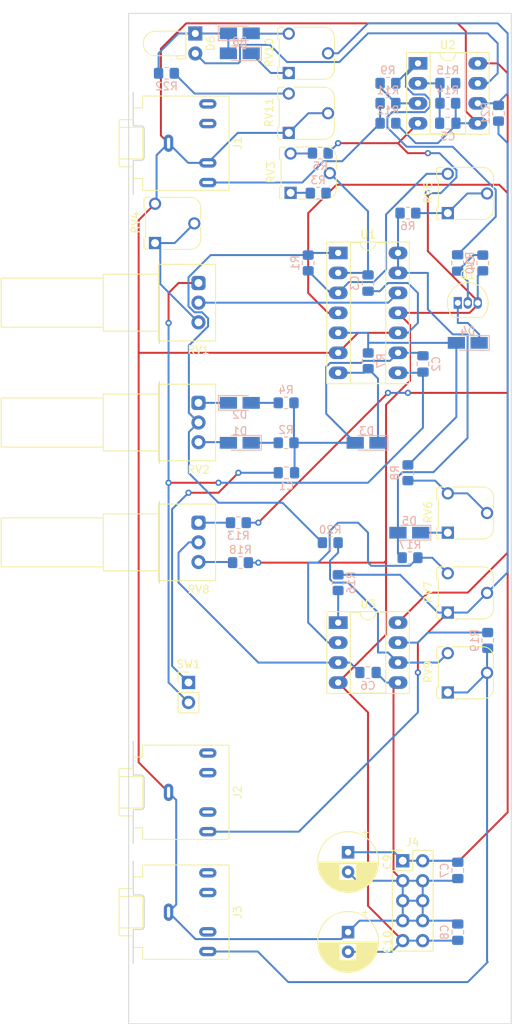
<source format=kicad_pcb>
(kicad_pcb (version 20211014) (generator pcbnew)
  (layers (0 "F.Cu" signal) (31 "B.Cu" signal) (34 "B.Paste" user) (35 "F.Paste" user) (36 "B.SilkS" user "B.Silkscreen") (37 "F.SilkS" user "F.Silkscreen") (38 "B.Mask" user) (39 "F.Mask" user) (44 "Edge.Cuts" user))
  (net 0 "")
  (net 1 "Net-(C1-Pad1)")
  (net 2 "Net-(C1-Pad2)")
  (net 3 "Net-(C2-Pad1)")
  (net 4 "Net-(C3-Pad1)")
  (net 5 "GND")
  (net 6 "Net-(C4-Pad1)")
  (net 7 "Net-(C4-Pad2)")
  (net 8 "Net-(C5-Pad1)")
  (net 9 "/Shift")
  (net 10 "+12V")
  (net 11 "-12V")
  (net 12 "Net-(D1-Pad1)")
  (net 13 "Net-(D1-Pad2)")
  (net 14 "Net-(D2-Pad1)")
  (net 15 "Net-(D2-Pad2)")
  (net 16 "Net-(D3-Pad1)")
  (net 17 "Net-(D4-Pad1)")
  (net 18 "Net-(D4-Pad2)")
  (net 19 "Net-(D5-Pad1)")
  (net 20 "/Tri")
  (net 21 "Net-(D6-Pad1)")
  (net 22 "Net-(D6-Pad2)")
  (net 23 "Net-(D7-Pad2)")
  (net 24 "Net-(D8-Pad1)")
  (net 25 "Net-(R11-Pad2)")
  (net 26 "/TriOut")
  (net 28 "Net-(R19-Pad2)")
  (net 30 "/Pulse")
  (net 31 "Net-(R1-Pad2)")
  (net 32 "Net-(R3-Pad2)")
  (net 33 "Net-(R5-Pad1)")
  (net 34 "Net-(R6-Pad2)")
  (net 35 "Net-(R8-Pad2)")
  (net 36 "Net-(R11-Pad1)")
  (net 37 "Net-(R13-Pad1)")
  (net 38 "Net-(R16-Pad1)")
  (net 39 "Net-(R17-Pad1)")
  (net 40 "Net-(R18-Pad2)")
  (net 41 "Net-(R19-Pad1)")
  (net 42 "Net-(R20-Pad1)")
  (net 43 "Net-(R21-Pad1)")
  (net 44 "Net-(R22-Pad2)")
  (net 45 "/Freq")
  (net 46 "Net-(RV1-Pad3)")
  (footprint "Potentiometer_THT:Potentiometer_Runtron_RM-065_Vertical" (layer "F.Cu") (at 84.64 67.31 90)
    (fp_text reference "RV4")
    (fp_text value "10k")
  )
  (footprint "Package_TO_SOT_THT:TO-92_Inline" (layer "F.Cu") (at 123.19 74.92)
    (fp_text reference "Q1")
    (fp_text value "BC547")
  )
  (footprint "Potentiometer_THT:Potentiometer_Runtron_RM-065_Vertical" (layer "F.Cu") (at 121.92 124.46 90)
    (fp_text reference "RV9")
    (fp_text value "50k")
  )
  (footprint "Connector_PinHeader_2.54mm:PinHeader_2x05_P2.54mm_Vertical" (layer "F.Cu") (at 116.18 145.86)
    (fp_text reference "J4")
    (fp_text value "Modular Power")
  )
  (footprint "Package_DIP:DIP-14_W7.62mm_Socket_LongPads" (layer "F.Cu") (at 107.96 68.565)
    (fp_text reference "U1")
    (fp_text value "TL064")
  )
  (footprint "Capacitor_THT:CP_Radial_D7.5mm_P2.50mm" (layer "F.Cu") (at 109.22 144.78 -90)
    (fp_text reference "C9")
    (fp_text value "33,0")
  )
  (footprint "Potentiometer_THT:Potentiometer_Runtron_RM-065_Vertical" (layer "F.Cu") (at 121.92 63.5 90)
    (fp_text reference "RV5")
    (fp_text value "5k")
  )
  (footprint "Potentiometer_THT:Potentiometer_Runtron_RM-065_Vertical" (layer "F.Cu") (at 101.9 60.92 90)
    (fp_text reference "RV3")
    (fp_text value "500")
  )
  (footprint "LED_THT:LED_D3.0mm_Horizontal_O1.27mm_Z6.0mm" (layer "F.Cu") (at 89.765 40.66 -90)
    (fp_text reference "D6")
    (fp_text value "LED_Dual_2pin")
  )
  (footprint "Potentiometer_THT:Potentiometer_Runtron_RM-065_Vertical" (layer "F.Cu") (at 101.67 53.3 90)
    (fp_text reference "RV11")
    (fp_text value "4,7k")
  )
  (footprint "Connector_Audio:Jack_3.5mm_CUI_SJ1-3525N_Horizontal" (layer "F.Cu") (at 86.36 54.61 -90)
    (fp_text reference "J1")
    (fp_text value "Sync")
    (fp_line (start 2.2 3.5) (end 2.2 4.5) (layer "Edge.Cuts") (width 0.12))
    (fp_line (start -2.2 4.5) (end -6.5 4.5) (layer "Edge.Cuts") (width 0.12))
    (fp_line (start -2.2 3.5) (end -2.2 4.5) (layer "Edge.Cuts") (width 0.12))
    (fp_line (start 1.8 3.1) (end -1.8 3.1) (layer "Edge.Cuts") (width 0.12))
    (fp_line (start 2.2 4.5) (end 6.5 4.5) (layer "Edge.Cuts") (width 0.12))
    (fp_arc (start -2.2 3.5) (mid -2.082842 3.217158) (end -1.8 3.1) (layer "Edge.Cuts") (width 0.12))
    (fp_arc (start 1.8 3.1) (mid 2.082843 3.217157) (end 2.2 3.5) (layer "Edge.Cuts") (width 0.12))
  )
  (footprint "Connector_PinHeader_2.54mm:PinHeader_1x02_P2.54mm_Vertical" (layer "F.Cu") (at 88.9 123.19)
    (fp_text reference "SW1")
    (fp_text value "SW_SPST")
  )
  (footprint "Potentiometer_THT:Potentiometer_Alps_RK097_Single_Horizontal" (layer "F.Cu") (at 90.17 102.87)
    (fp_text reference "RV8")
    (fp_text value "100k")
    (fp_line (start -5 -2.7) (end -5 7.7) (layer "Edge.Cuts") (width 0.1))
  )
  (footprint "Connector_Audio:Jack_3.5mm_CUI_SJ1-3525N_Horizontal" (layer "F.Cu") (at 86.36 152.4 -90)
    (fp_text reference "J3")
    (fp_text value "Pulse Out")
    (fp_line (start 2.2 4.5) (end 6.5 4.5) (layer "Edge.Cuts") (width 0.12))
    (fp_line (start 1.8 3.1) (end -1.8 3.1) (layer "Edge.Cuts") (width 0.12))
    (fp_line (start -2.2 3.5) (end -2.2 4.5) (layer "Edge.Cuts") (width 0.12))
    (fp_line (start 2.2 3.5) (end 2.2 4.5) (layer "Edge.Cuts") (width 0.12))
    (fp_line (start -2.2 4.5) (end -6.5 4.5) (layer "Edge.Cuts") (width 0.12))
    (fp_arc (start 1.8 3.1) (mid 2.082843 3.217157) (end 2.2 3.5) (layer "Edge.Cuts") (width 0.12))
    (fp_arc (start -2.2 3.5) (mid -2.082842 3.217158) (end -1.8 3.1) (layer "Edge.Cuts") (width 0.12))
  )
  (footprint "Potentiometer_THT:Potentiometer_Runtron_RM-065_Vertical" (layer "F.Cu") (at 121.92 104.14 90)
    (fp_text reference "RV6")
    (fp_text value "5k")
  )
  (footprint "Potentiometer_THT:Potentiometer_Runtron_RM-065_Vertical" (layer "F.Cu") (at 121.92 114.3 90)
    (fp_text reference "RV7")
    (fp_text value "50k")
  )
  (footprint "Capacitor_THT:CP_Radial_D7.5mm_P2.50mm" (layer "F.Cu") (at 109.22 154.94 -90)
    (fp_text reference "C10")
    (fp_text value "33,0")
  )
  (footprint "Potentiometer_THT:Potentiometer_Alps_RK097_Single_Horizontal" (layer "F.Cu") (at 90.17 87.63)
    (fp_text reference "RV2")
    (fp_text value "100k")
    (fp_line (start -5 -2.7) (end -5 7.7) (layer "Edge.Cuts") (width 0.1))
  )
  (footprint "Potentiometer_THT:Potentiometer_Runtron_RM-065_Vertical" (layer "F.Cu") (at 101.67 45.68 90)
    (fp_text reference "RV10")
    (fp_text value "100k")
  )
  (footprint "Connector_Audio:Jack_3.5mm_CUI_SJ1-3525N_Horizontal" (layer "F.Cu") (at 86.36 137.16 -90)
    (fp_text reference "J2")
    (fp_text value "Tri Out")
    (fp_line (start 1.8 3.1) (end -1.8 3.1) (layer "Edge.Cuts") (width 0.12))
    (fp_line (start -2.2 4.5) (end -6.5 4.5) (layer "Edge.Cuts") (width 0.12))
    (fp_line (start 2.2 3.5) (end 2.2 4.5) (layer "Edge.Cuts") (width 0.12))
    (fp_line (start -2.2 3.5) (end -2.2 4.5) (layer "Edge.Cuts") (width 0.12))
    (fp_line (start 2.2 4.5) (end 6.5 4.5) (layer "Edge.Cuts") (width 0.12))
    (fp_arc (start -2.2 3.5) (mid -2.082842 3.217158) (end -1.8 3.1) (layer "Edge.Cuts") (width 0.12))
    (fp_arc (start 1.8 3.1) (mid 2.082843 3.217157) (end 2.2 3.5) (layer "Edge.Cuts") (width 0.12))
  )
  (footprint "Package_DIP:DIP-8_W7.62mm_Socket_LongPads" (layer "F.Cu") (at 118.12 44.46)
    (fp_text reference "U2")
    (fp_text value "TL082")
  )
  (footprint "Potentiometer_THT:Potentiometer_Alps_RK097_Single_Horizontal" (layer "F.Cu") (at 90.17 72.39)
    (fp_text reference "RV1")
    (fp_text value "100k")
    (fp_line (start -5 -2.7) (end -5 7.7) (layer "Edge.Cuts") (width 0.1))
  )
  (footprint "Package_DIP:DIP-8_W7.62mm_Socket_LongPads" (layer "F.Cu") (at 107.96 115.58)
    (fp_text reference "U3")
    (fp_text value "TL082")
  )
  (footprint "Capacitor_SMD:C_0805_2012Metric_Pad1.18x1.45mm_HandSolder" (layer "B.Cu") (at 111.76 121.92)
    (fp_text reference "C6")
    (fp_text value "0,1")
  )
  (footprint "Diode_SMD:D_MicroMELF_Handsoldering" (layer "B.Cu") (at 95.43 43.18 180)
    (fp_text reference "D8")
    (fp_text value "D")
  )
  (footprint "Resistor_SMD:R_0805_2012Metric_Pad1.20x1.40mm_HandSolder" (layer "B.Cu") (at 116.84 63.5)
    (fp_text reference "R6")
    (fp_text value "1k")
  )
  (footprint "Capacitor_SMD:C_0805_2012Metric_Pad1.18x1.45mm_HandSolder" (layer "B.Cu") (at 118.755 82.6825 90)
    (fp_text reference "C2")
    (fp_text value "1,0")
  )
  (footprint "Resistor_SMD:R_0805_2012Metric_Pad1.20x1.40mm_HandSolder" (layer "B.Cu") (at 121.92 46.99 180)
    (fp_text reference "R15")
    (fp_text value "10k")
  )
  (footprint "Resistor_SMD:R_0805_2012Metric_Pad1.20x1.40mm_HandSolder" (layer "B.Cu") (at 101.33 87.63 180)
    (fp_text reference "R4")
    (fp_text value "1k")
  )
  (footprint "Resistor_SMD:R_0805_2012Metric_Pad1.20x1.40mm_HandSolder" (layer "B.Cu") (at 126.375 69.84 -90)
    (fp_text reference "R10")
    (fp_text value "10k")
  )
  (footprint "Resistor_SMD:R_0805_2012Metric_Pad1.20x1.40mm_HandSolder" (layer "B.Cu") (at 95.52 107.95 180)
    (fp_text reference "R18")
    (fp_text value "1m")
  )
  (footprint "Capacitor_SMD:C_0805_2012Metric_Pad1.18x1.45mm_HandSolder" (layer "B.Cu") (at 123.1725 69.84 90)
    (fp_text reference "C4")
    (fp_text value "100pF")
  )
  (footprint "Diode_SMD:D_MicroMELF_Handsoldering" (layer "B.Cu") (at 95.43 92.71 180)
    (fp_text reference "D1")
    (fp_text value "D")
  )
  (footprint "Resistor_SMD:R_0805_2012Metric_Pad1.20x1.40mm_HandSolder" (layer "B.Cu") (at 116.84 96.52 -90)
    (fp_text reference "R8")
    (fp_text value "1k")
  )
  (footprint "Diode_SMD:D_MicroMELF_Handsoldering" (layer "B.Cu") (at 95.43 40.64)
    (fp_text reference "D7")
    (fp_text value "D")
  )
  (footprint "Capacitor_SMD:C_0805_2012Metric_Pad1.18x1.45mm_HandSolder" (layer "B.Cu") (at 101.3675 96.52)
    (fp_text reference "C1")
    (fp_text value "10,0")
  )
  (footprint "Capacitor_SMD:C_0805_2012Metric_Pad1.18x1.45mm_HandSolder" (layer "B.Cu") (at 111.76 72.395 -90)
    (fp_text reference "C3")
    (fp_text value "0,1")
  )
  (footprint "Resistor_SMD:R_0805_2012Metric_Pad1.20x1.40mm_HandSolder" (layer "B.Cu") (at 114.3 52.07 180)
    (fp_text reference "R12")
    (fp_text value "100k")
  )
  (footprint "Resistor_SMD:R_0805_2012Metric_Pad1.20x1.40mm_HandSolder" (layer "B.Cu") (at 107.95 110.49 90)
    (fp_text reference "R16")
    (fp_text value "1k")
  )
  (footprint "Resistor_SMD:R_0805_2012Metric_Pad1.20x1.40mm_HandSolder" (layer "B.Cu") (at 114.3 46.99 180)
    (fp_text reference "R9")
    (fp_text value "470k")
  )
  (footprint "Diode_SMD:D_MicroMELF_Handsoldering" (layer "B.Cu") (at 124.46 80 180)
    (fp_text reference "D4")
    (fp_text value "D")
  )
  (footprint "Resistor_SMD:R_0805_2012Metric_Pad1.20x1.40mm_HandSolder" (layer "B.Cu") (at 121.92 49.53 180)
    (fp_text reference "R14")
    (fp_text value "1k")
  )
  (footprint "Capacitor_SMD:C_0805_2012Metric_Pad1.18x1.45mm_HandSolder" (layer "B.Cu") (at 121.92 52.07)
    (fp_text reference "C5")
    (fp_text value "0,1")
  )
  (footprint "Resistor_SMD:R_0805_2012Metric_Pad1.20x1.40mm_HandSolder" (layer "B.Cu") (at 114.3 49.53 180)
    (fp_text reference "R11")
    (fp_text value "10k")
  )
  (footprint "Diode_SMD:D_MicroMELF_Handsoldering" (layer "B.Cu") (at 117.02 104.14 180)
    (fp_text reference "D5")
    (fp_text value "D")
  )
  (footprint "Resistor_SMD:R_0805_2012Metric_Pad1.20x1.40mm_HandSolder" (layer "B.Cu") (at 86.09 45.72)
    (fp_text reference "R22")
    (fp_text value "5,1k")
  )
  (footprint "Resistor_SMD:R_0805_2012Metric_Pad1.20x1.40mm_HandSolder" (layer "B.Cu") (at 104.14 69.84 -90)
    (fp_text reference "R1")
    (fp_text value "120k")
  )
  (footprint "Diode_SMD:D_MicroMELF_Handsoldering" (layer "B.Cu") (at 111.58 92.71 180)
    (fp_text reference "D3")
    (fp_text value "D")
  )
  (footprint "Capacitor_SMD:C_0805_2012Metric_Pad1.18x1.45mm_HandSolder" (layer "B.Cu") (at 123.19 147.0875 -90)
    (fp_text reference "C7")
    (fp_text value "0,1")
  )
  (footprint "Resistor_SMD:R_0805_2012Metric_Pad1.20x1.40mm_HandSolder" (layer "B.Cu") (at 101.33 92.71 180)
    (fp_text reference "R2")
    (fp_text value "1k")
  )
  (footprint "Resistor_SMD:R_0805_2012Metric_Pad1.20x1.40mm_HandSolder" (layer "B.Cu") (at 111.78 82.285 90)
    (fp_text reference "R7")
    (fp_text value "470k")
  )
  (footprint "Resistor_SMD:R_0805_2012Metric_Pad1.20x1.40mm_HandSolder" (layer "B.Cu") (at 127 117.84 -90)
    (fp_text reference "R19")
    (fp_text value "1k")
  )
  (footprint "Resistor_SMD:R_0805_2012Metric_Pad1.20x1.40mm_HandSolder" (layer "B.Cu") (at 128.375 50.8 -90)
    (fp_text reference "R21")
    (fp_text value "100k")
  )
  (footprint "Resistor_SMD:R_0805_2012Metric_Pad1.20x1.40mm_HandSolder" (layer "B.Cu") (at 105.41 60.96 180)
    (fp_text reference "R3")
    (fp_text value "10k")
  )
  (footprint "Diode_SMD:D_MicroMELF_Handsoldering" (layer "B.Cu") (at 95.43 87.63)
    (fp_text reference "D2")
    (fp_text value "D")
  )
  (footprint "Resistor_SMD:R_0805_2012Metric_Pad1.20x1.40mm_HandSolder" (layer "B.Cu") (at 106.95 105.41 180)
    (fp_text reference "R20")
    (fp_text value "75k")
  )
  (footprint "Resistor_SMD:R_0805_2012Metric_Pad1.20x1.40mm_HandSolder" (layer "B.Cu") (at 117.11 107.325 180)
    (fp_text reference "R17")
    (fp_text value "2k")
  )
  (footprint "Resistor_SMD:R_0805_2012Metric_Pad1.20x1.40mm_HandSolder" (layer "B.Cu") (at 105.68 55.88)
    (fp_text reference "R5")
    (fp_text value "10k")
  )
  (footprint "Resistor_SMD:R_0805_2012Metric_Pad1.20x1.40mm_HandSolder" (layer "B.Cu") (at 95.25 102.87)
    (fp_text reference "R13")
    (fp_text value "1m")
  )
  (footprint "Capacitor_SMD:C_0805_2012Metric_Pad1.18x1.45mm_HandSolder" (layer "B.Cu") (at 123.19 154.94 -90)
    (fp_text reference "C8")
    (fp_text value "0,1")
  )
  (gr_rect (start 81.28 38.1) (end 130 166.6) (layer "Edge.Cuts") (width 0.1) (fill none))
  (segment (start 88.9 99.06) (end 92.71 99.06) (width 0.25) (layer "F.Cu") (net 1))
  (segment (start 92.71 99.06) (end 95.25 96.52) (width 0.25) (layer "F.Cu") (net 1))
  (via (at 95.25 96.52) (size 0.8) (drill 0.4) (layers "F.Cu" "B.Cu") (net 1))
  (via (at 88.9 99.06) (size 0.8) (drill 0.4) (layers "F.Cu" "B.Cu") (net 1))
  (segment (start 86.81 121.1) (end 86.81 101.15) (width 0.25) (layer "B.Cu") (net 1))
  (segment (start 88.9 123.19) (end 86.81 121.1) (width 0.25) (layer "B.Cu") (net 1))
  (segment (start 86.81 101.15) (end 88.9 99.06) (width 0.25) (layer "B.Cu") (net 1))
  (segment (start 95.25 96.52) (end 100.33 96.52) (width 0.25) (layer "B.Cu") (net 1))
  (segment (start 118.375 81.265) (end 118.755 81.645) (width 0.25) (layer "B.Cu") (net 2))
  (segment (start 111.161827 82.29) (end 114.555 82.29) (width 0.25) (layer "B.Cu") (net 2))
  (segment (start 110.901827 82.55) (end 111.161827 82.29) (width 0.25) (layer "B.Cu") (net 2))
  (segment (start 106.93401 82.55) (end 110.901827 82.55) (width 0.25) (layer "B.Cu") (net 2))
  (segment (start 115.58 81.265) (end 118.375 81.265) (width 0.25) (layer "B.Cu") (net 2))
  (segment (start 102.33 92.71) (end 110.13 92.71) (width 0.25) (layer "B.Cu") (net 2))
  (segment (start 102.33 92.71) (end 102.405 92.785) (width 0.25) (layer "B.Cu") (net 2))
  (segment (start 106.435 83.04901) (end 106.93401 82.55) (width 0.25) (layer "B.Cu") (net 2))
  (segment (start 114.555 82.29) (end 115.58 81.265) (width 0.25) (layer "B.Cu") (net 2))
  (segment (start 102.405 92.785) (end 102.405 96.52) (width 0.25) (layer "B.Cu") (net 2))
  (segment (start 106.435 89.015) (end 106.435 83.04901) (width 0.25) (layer "B.Cu") (net 2))
  (segment (start 102.33 92.71) (end 102.33 87.63) (width 0.25) (layer "B.Cu") (net 2))
  (segment (start 110.13 92.71) (end 106.435 89.015) (width 0.25) (layer "B.Cu") (net 2))
  (segment (start 86.36 73.66) (end 87.63 72.39) (width 0.25) (layer "F.Cu") (net 3))
  (segment (start 87.63 72.39) (end 90.17 72.39) (width 0.25) (layer "F.Cu") (net 3))
  (segment (start 92.71 97.79) (end 86.36 97.79) (width 0.25) (layer "F.Cu") (net 3))
  (segment (start 86.36 77.47) (end 86.36 73.66) (width 0.25) (layer "F.Cu") (net 3))
  (via (at 86.36 77.47) (size 0.8) (drill 0.4) (layers "F.Cu" "B.Cu") (net 3))
  (via (at 86.36 97.79) (size 0.8) (drill 0.4) (layers "F.Cu" "B.Cu") (net 3))
  (via (at 92.71 97.79) (size 0.8) (drill 0.4) (layers "F.Cu" "B.Cu") (net 3))
  (segment (start 88.9 125.73) (end 86.36 123.19) (width 0.25) (layer "B.Cu") (net 3))
  (segment (start 111.76 97.79) (end 118.755 90.795) (width 0.25) (layer "B.Cu") (net 3))
  (segment (start 86.36 123.19) (end 86.36 77.47) (width 0.25) (layer "B.Cu") (net 3))
  (segment (start 92.71 97.79) (end 111.76 97.79) (width 0.25) (layer "B.Cu") (net 3))
  (segment (start 118.67 83.805) (end 118.755 83.72) (width 0.25) (layer "B.Cu") (net 3))
  (segment (start 118.755 90.795) (end 118.755 83.72) (width 0.25) (layer "B.Cu") (net 3))
  (segment (start 115.58 83.805) (end 118.67 83.805) (width 0.25) (layer "B.Cu") (net 3))
  (segment (start 106.9 58.42) (end 111.76 63.28) (width 0.25) (layer "B.Cu") (net 4))
  (segment (start 111.5075 71.105) (end 107.96 71.105) (width 0.25) (layer "B.Cu") (net 4))
  (segment (start 111.76 71.3575) (end 111.5075 71.105) (width 0.25) (layer "B.Cu") (net 4))
  (segment (start 111.76 63.28) (end 111.76 71.3575) (width 0.25) (layer "B.Cu") (net 4))
  (segment (start 85.384999 53.634999) (end 86.36 54.61) (width 0.25) (layer "F.Cu") (net 5))
  (segment (start 84.64 62.31) (end 84.835001 62.114999) (width 0.25) (layer "F.Cu") (net 5))
  (segment (start 82.565 81.265) (end 82.55 81.28) (width 0.25) (layer "F.Cu") (net 5))
  (segment (start 115.005 123.775) (end 115.58 123.2) (width 0.25) (layer "F.Cu") (net 5))
  (segment (start 86.36 137.16) (end 82.55 133.35) (width 0.25) (layer "F.Cu") (net 5))
  (segment (start 82.55 64.4) (end 84.64 62.31) (width 0.25) (layer "F.Cu") (net 5))
  (segment (start 115.005 147.225) (end 115.005 123.775) (width 0.25) (layer "F.Cu") (net 5))
  (segment (start 85.384999 42.590001) (end 85.384999 53.634999) (width 0.25) (layer "F.Cu") (net 5))
  (segment (start 124.215 40.395) (end 123.19 39.37) (width 0.25) (layer "F.Cu") (net 5))
  (segment (start 82.55 133.35) (end 82.55 64.4) (width 0.25) (layer "F.Cu") (net 5))
  (segment (start 88.605 39.37) (end 85.384999 42.590001) (width 0.25) (layer "F.Cu") (net 5))
  (segment (start 123.19 39.37) (end 88.605 39.37) (width 0.25) (layer "F.Cu") (net 5))
  (segment (start 116.18 148.4) (end 115.005 147.225) (width 0.25) (layer "F.Cu") (net 5))
  (segment (start 84.835001 62.114999) (end 84.835001 56.134999) (width 0.25) (layer "F.Cu") (net 5))
  (segment (start 107.96 81.265) (end 82.565 81.265) (width 0.25) (layer "F.Cu") (net 5))
  (segment (start 84.835001 56.134999) (end 86.36 54.61) (width 0.25) (layer "F.Cu") (net 5))
  (segment (start 110.5 78.725) (end 107.96 81.265) (width 0.25) (layer "F.Cu") (net 5))
  (segment (start 125.74 52.08) (end 124.215 50.555) (width 0.25) (layer "F.Cu") (net 5))
  (segment (start 115.58 78.725) (end 110.5 78.725) (width 0.25) (layer "F.Cu") (net 5))
  (segment (start 124.215 50.555) (end 124.215 40.395) (width 0.25) (layer "F.Cu") (net 5))
  (segment (start 116.18 153.48) (end 110.68 153.48) (width 0.25) (layer "B.Cu") (net 5))
  (segment (start 122.9675 52.08) (end 122.9575 52.07) (width 0.25) (layer "B.Cu") (net 5))
  (segment (start 118.72 148.4) (end 116.18 148.4) (width 0.25) (layer "B.Cu") (net 5))
  (segment (start 118.72 148.4) (end 122.915 148.4) (width 0.25) (layer "B.Cu") (net 5))
  (segment (start 122.92 52.0325) (end 122.9575 52.07) (width 0.25) (layer "B.Cu") (net 5))
  (segment (start 116.18 153.48) (end 118.72 153.48) (width 0.25) (layer "B.Cu") (net 5))
  (segment (start 104.17 50.8) (end 101.67 53.3) (width 0.25) (layer "B.Cu") (net 5))
  (segment (start 86.36 152.4) (end 87.335001 151.424999) (width 0.25) (layer "B.Cu") (net 5))
  (segment (start 91.36 57.11) (end 88.86 57.11) (width 0.25) (layer "B.Cu") (net 5))
  (segment (start 117.84 54.61) (end 120.65 54.61) (width 0.25) (layer "B.Cu") (net 5))
  (segment (start 122.7675 153.48) (end 118.72 153.48) (width 0.25) (layer "B.Cu") (net 5))
  (segment (start 84.64 62.31) (end 84.835001 62.114999) (width 0.25) (layer "B.Cu") (net 5))
  (segment (start 106.67 50.8) (end 104.17 50.8) (width 0.25) (layer "B.Cu") (net 5))
  (segment (start 95.17 53.3) (end 101.67 53.3) (width 0.25) (layer "B.Cu") (net 5))
  (segment (start 114.3 72.39) (end 116.84 72.39) (width 0.25) (layer "B.Cu") (net 5))
  (segment (start 116.18 148.4) (end 116.18 150.94) (width 0.25) (layer "B.Cu") (net 5))
  (segment (start 116.18 148.4) (end 110.34 148.4) (width 0.25) (layer "B.Cu") (net 5))
  (segment (start 122.92 49.53) (end 122.92 52.0325) (width 0.25) (layer "B.Cu") (net 5))
  (segment (start 87.335001 151.424999) (end 87.335001 138.135001) (width 0.25) (layer "B.Cu") (net 5))
  (segment (start 118.72 153.48) (end 118.72 150.94) (width 0.25) (layer "B.Cu") (net 5))
  (segment (start 116.855 78.725) (end 115.58 78.725) (width 0.25) (layer "B.Cu") (net 5))
  (segment (start 91.36 57.11) (end 95.17 53.3) (width 0.25) (layer "B.Cu") (net 5))
  (segment (start 88.86 57.11) (end 86.36 54.61) (width 0.25) (layer "B.Cu") (net 5))
  (segment (start 122.9575 52.07) (end 122.9575 52.3025) (width 0.25) (layer "B.Cu") (net 5))
  (segment (start 115.3 52.07) (end 117.84 54.61) (width 0.25) (layer "B.Cu") (net 5))
  (segment (start 116.84 72.39) (end 118.11 73.66) (width 0.25) (layer "B.Cu") (net 5))
  (segment (start 108.335 155.825) (end 89.785 155.825) (width 0.25) (layer "B.Cu") (net 5))
  (segment (start 111.76 73.4325) (end 113.2575 73.4325) (width 0.25) (layer "B.Cu") (net 5))
  (segment (start 118.11 73.66) (end 118.11 77.47) (width 0.25) (layer "B.Cu") (net 5))
  (segment (start 109.22 154.94) (end 108.335 155.825) (width 0.25) (layer "B.Cu") (net 5))
  (segment (start 122.9575 52.3025) (end 120.65 54.61) (width 0.25) (layer "B.Cu") (net 5))
  (segment (start 118.72 150.94) (end 116.18 150.94) (width 0.25) (layer "B.Cu") (net 5))
  (segment (start 118.72 150.94) (end 118.72 148.4) (width 0.25) (layer "B.Cu") (net 5))
  (segment (start 87.335001 138.135001) (end 86.36 137.16) (width 0.25) (layer "B.Cu") (net 5))
  (segment (start 118.11 77.47) (end 116.855 78.725) (width 0.25) (layer "B.Cu") (net 5))
  (segment (start 84.835001 62.114999) (end 84.835001 56.134999) (width 0.25) (layer "B.Cu") (net 5))
  (segment (start 114.0775 123.2) (end 115.58 123.2) (width 0.25) (layer "B.Cu") (net 5))
  (segment (start 89.785 155.825) (end 86.36 152.4) (width 0.25) (layer "B.Cu") (net 5))
  (segment (start 84.835001 56.134999) (end 86.36 54.61) (width 0.25) (layer "B.Cu") (net 5))
  (segment (start 116.18 150.94) (end 116.18 153.48) (width 0.25) (layer "B.Cu") (net 5))
  (segment (start 113.2575 73.4325) (end 114.3 72.39) (width 0.25) (layer "B.Cu") (net 5))
  (segment (start 110.68 153.48) (end 109.22 154.94) (width 0.25) (layer "B.Cu") (net 5))
  (segment (start 123.19 153.9025) (end 122.7675 153.48) (width 0.25) (layer "B.Cu") (net 5))
  (segment (start 122.915 148.4) (end 123.19 148.125) (width 0.25) (layer "B.Cu") (net 5))
  (segment (start 112.7975 121.92) (end 114.0775 123.2) (width 0.25) (layer "B.Cu") (net 5))
  (segment (start 110.34 148.4) (end 109.22 147.28) (width 0.25) (layer "B.Cu") (net 5))
  (segment (start 125.74 52.08) (end 122.9675 52.08) (width 0.25) (layer "B.Cu") (net 5))
  (segment (start 125.21 68.84) (end 126.375 68.84) (width 0.25) (layer "B.Cu") (net 6))
  (segment (start 123.1725 70.8775) (end 125.21 68.84) (width 0.25) (layer "B.Cu") (net 6))
  (segment (start 124.46 74.92) (end 124.46 72.165) (width 0.25) (layer "B.Cu") (net 6))
  (segment (start 124.46 72.165) (end 123.1725 70.8775) (width 0.25) (layer "B.Cu") (net 6))
  (segment (start 122.542706 55.06) (end 116.676827 55.06) (width 0.25) (layer "B.Cu") (net 7))
  (segment (start 118.98599 48.415) (end 117.54401 48.415) (width 0.25) (layer "B.Cu") (net 7))
  (segment (start 119.645 49.07401) (end 118.98599 48.415) (width 0.25) (layer "B.Cu") (net 7))
  (segment (start 117.54401 48.415) (end 116.595 47.46599) (width 0.25) (layer "B.Cu") (net 7))
  (segment (start 114.821827 50.665) (end 118.98599 50.665) (width 0.25) (layer "B.Cu") (net 7))
  (segment (start 114.225 52.608173) (end 114.225 51.261827) (width 0.25) (layer "B.Cu") (net 7))
  (segment (start 114.225 51.261827) (end 114.821827 50.665) (width 0.25) (layer "B.Cu") (net 7))
  (segment (start 116.676827 55.06) (end 114.225 52.608173) (width 0.25) (layer "B.Cu") (net 7))
  (segment (start 116.595 45.985) (end 118.12 44.46) (width 0.25) (layer "B.Cu") (net 7))
  (segment (start 116.595 47.46599) (end 116.595 45.985) (width 0.25) (layer "B.Cu") (net 7))
  (segment (start 117.83 44.46) (end 118.12 44.46) (width 0.25) (layer "B.Cu") (net 7))
  (segment (start 119.645 50.00599) (end 119.645 49.07401) (width 0.25) (layer "B.Cu") (net 7))
  (segment (start 128.025 63.95) (end 128.025 60.542294) (width 0.25) (layer "B.Cu") (net 7))
  (segment (start 118.98599 50.665) (end 119.645 50.00599) (width 0.25) (layer "B.Cu") (net 7))
  (segment (start 128.025 60.542294) (end 122.542706 55.06) (width 0.25) (layer "B.Cu") (net 7))
  (segment (start 123.1725 68.8025) (end 128.025 63.95) (width 0.25) (layer "B.Cu") (net 7))
  (segment (start 115.3 46.99) (end 117.83 44.46) (width 0.25) (layer "B.Cu") (net 7))
  (segment (start 118.12 47) (end 120.91 47) (width 0.25) (layer "B.Cu") (net 8))
  (segment (start 120.91 47) (end 120.92 46.99) (width 0.25) (layer "B.Cu") (net 8))
  (segment (start 120.92 46.99) (end 120.92 49.53) (width 0.25) (layer "B.Cu") (net 8))
  (segment (start 120.8825 49.5675) (end 120.92 49.53) (width 0.25) (layer "B.Cu") (net 8))
  (segment (start 120.8825 52.07) (end 120.8825 49.5675) (width 0.25) (layer "B.Cu") (net 8))
  (segment (start 107.96 120.66) (end 97.8 120.66) (width 0.25) (layer "B.Cu") (net 9))
  (segment (start 88.94 105.37) (end 90.17 105.37) (width 0.25) (layer "B.Cu") (net 9))
  (segment (start 107.96 120.66) (end 109.4625 120.66) (width 0.25) (layer "B.Cu") (net 9))
  (segment (start 97.8 120.66) (end 87.63 110.49) (width 0.25) (layer "B.Cu") (net 9))
  (segment (start 87.63 106.68) (end 88.94 105.37) (width 0.25) (layer "B.Cu") (net 9))
  (segment (start 87.63 110.49) (end 87.63 106.68) (width 0.25) (layer "B.Cu") (net 9))
  (segment (start 109.4625 120.66) (end 110.7225 121.92) (width 0.25) (layer "B.Cu") (net 9))
  (segment (start 124.46 111.76) (end 119.4 111.76) (width 0.25) (layer "F.Cu") (net 10))
  (segment (start 118.72 145.86) (end 123.38 145.86) (width 0.25) (layer "F.Cu") (net 10))
  (segment (start 104.14 63.5) (end 107.745 59.895) (width 0.25) (layer "F.Cu") (net 10))
  (segment (start 107.96 76.185) (end 106.665 76.185) (width 0.25) (layer "F.Cu") (net 10))
  (segment (start 128.28 44.46) (end 129.54 45.72) (width 0.25) (layer "F.Cu") (net 10))
  (segment (start 125.74 44.46) (end 128.28 44.46) (width 0.25) (layer "F.Cu") (net 10))
  (segment (start 107.745 59.895) (end 128.475 59.895) (width 0.25) (layer "F.Cu") (net 10))
  (segment (start 129.54 45.72) (end 129.54 60.96) (width 0.25) (layer "F.Cu") (net 10))
  (segment (start 106.665 76.185) (end 104.14 73.66) (width 0.25) (layer "F.Cu") (net 10))
  (segment (start 123.38 145.86) (end 129.54 139.7) (width 0.25) (layer "F.Cu") (net 10))
  (segment (start 129.54 60.96) (end 129.54 106.68) (width 0.25) (layer "F.Cu") (net 10))
  (segment (start 128.475 59.895) (end 129.54 60.96) (width 0.25) (layer "F.Cu") (net 10))
  (segment (start 104.14 73.66) (end 104.14 63.5) (width 0.25) (layer "F.Cu") (net 10))
  (segment (start 116.84 86.36) (end 129.54 86.36) (width 0.25) (layer "F.Cu") (net 10))
  (segment (start 129.54 139.7) (end 129.54 106.68) (width 0.25) (layer "F.Cu") (net 10))
  (segment (start 129.54 106.68) (end 124.46 111.76) (width 0.25) (layer "F.Cu") (net 10))
  (segment (start 119.4 111.76) (end 115.58 115.58) (width 0.25) (layer "F.Cu") (net 10))
  (segment (start 97.79 102.87) (end 114.3 86.36) (width 0.25) (layer "F.Cu") (net 10))
  (via (at 97.79 102.87) (size 0.8) (drill 0.4) (layers "F.Cu" "B.Cu") (net 10))
  (via (at 116.84 86.36) (size 0.8) (drill 0.4) (layers "F.Cu" "B.Cu") (net 10))
  (via (at 114.3 86.36) (size 0.8) (drill 0.4) (layers "F.Cu" "B.Cu") (net 10))
  (segment (start 115.1 144.78) (end 116.18 145.86) (width 0.25) (layer "B.Cu") (net 10))
  (segment (start 114.3 86.36) (end 116.84 86.36) (width 0.25) (layer "B.Cu") (net 10))
  (segment (start 118.72 145.86) (end 116.18 145.86) (width 0.25) (layer "B.Cu") (net 10))
  (segment (start 96.25 102.87) (end 97.79 102.87) (width 0.25) (layer "B.Cu") (net 10))
  (segment (start 123.19 146.05) (end 123 145.86) (width 0.25) (layer "B.Cu") (net 10))
  (segment (start 123 145.86) (end 118.72 145.86) (width 0.25) (layer "B.Cu") (net 10))
  (segment (start 109.22 144.78) (end 115.1 144.78) (width 0.25) (layer "B.Cu") (net 10))
  (segment (start 125.73 74.695) (end 119.38 68.345) (width 0.25) (layer "F.Cu") (net 11))
  (segment (start 115.57 54.61) (end 107.95 54.61) (width 0.25) (layer "F.Cu") (net 11))
  (segment (start 118.12 52.08) (end 115.59 54.61) (width 0.25) (layer "F.Cu") (net 11))
  (segment (start 114.055 87.875) (end 117.105 84.825) (width 0.25) (layer "F.Cu") (net 11))
  (segment (start 114.055 107.705) (end 113.81 107.95) (width 0.25) (layer "F.Cu") (net 11))
  (segment (start 117.105 77.71) (end 115.58 76.185) (width 0.25) (layer "F.Cu") (net 11))
  (segment (start 116.84 55.88) (end 115.57 54.61) (width 0.25) (layer "F.Cu") (net 11))
  (segment (start 125.73 75.145) (end 125.73 74.92) (width 0.25) (layer "F.Cu") (net 11))
  (segment (start 107.96 123.2) (end 114.055 117.105) (width 0.25) (layer "F.Cu") (net 11))
  (segment (start 111.76 151.6) (end 111.76 127) (width 0.25) (layer "F.Cu") (net 11))
  (segment (start 117.105 84.825) (end 117.105 77.71) (width 0.25) (layer "F.Cu") (net 11))
  (segment (start 116.18 156.02) (end 111.76 151.6) (width 0.25) (layer "F.Cu") (net 11))
  (segment (start 114.055 117.105) (end 114.055 107.705) (width 0.25) (layer "F.Cu") (net 11))
  (segment (start 115.59 54.61) (end 115.57 54.61) (width 0.25) (layer "F.Cu") (net 11))
  (segment (start 119.38 68.345) (end 119.38 60.96) (width 0.25) (layer "F.Cu") (net 11))
  (segment (start 124.69 76.185) (end 125.73 75.145) (width 0.25) (layer "F.Cu") (net 11))
  (segment (start 114.055 107.705) (end 114.055 87.875) (width 0.25) (layer "F.Cu") (net 11))
  (segment (start 113.81 107.95) (end 97.79 107.95) (width 0.25) (layer "F.Cu") (net 11))
  (segment (start 125.73 74.92) (end 125.73 74.695) (width 0.25) (layer "F.Cu") (net 11))
  (segment (start 119.38 55.88) (end 116.84 55.88) (width 0.25) (layer "F.Cu") (net 11))
  (segment (start 115.58 76.185) (end 124.69 76.185) (width 0.25) (layer "F.Cu") (net 11))
  (segment (start 111.76 127) (end 107.96 123.2) (width 0.25) (layer "F.Cu") (net 11))
  (via (at 119.38 55.88) (size 0.8) (drill 0.4) (layers "F.Cu" "B.Cu") (net 11))
  (via (at 107.95 54.61) (size 0.8) (drill 0.4) (layers "F.Cu" "B.Cu") (net 11))
  (via (at 97.79 107.95) (size 0.8) (drill 0.4) (layers "F.Cu" "B.Cu") (net 11))
  (via (at 119.38 60.96) (size 0.8) (drill 0.4) (layers "F.Cu" "B.Cu") (net 11))
  (segment (start 123.025 58.042294) (end 120.862706 55.88) (width 0.25) (layer "B.Cu") (net 11))
  (segment (start 125.73 74.92) (end 125.73 71.485) (width 0.25) (layer "B.Cu") (net 11))
  (segment (start 120.862706 55.88) (end 119.38 55.88) (width 0.25) (layer "B.Cu") (net 11))
  (segment (start 114.76 157.44) (end 116.18 156.02) (width 0.25) (layer "B.Cu") (net 11))
  (segment (start 118.72 156.02) (end 116.18 156.02) (width 0.25) (layer "B.Cu") (net 11))
  (segment (start 123.025 58.957706) (end 123.025 58.042294) (width 0.25) (layer "B.Cu") (net 11))
  (segment (start 121.022706 60.96) (end 123.025 58.957706) (width 0.25) (layer "B.Cu") (net 11))
  (segment (start 109.22 157.44) (end 114.76 157.44) (width 0.25) (layer "B.Cu") (net 11))
  (segment (start 119.38 60.96) (end 121.022706 60.96) (width 0.25) (layer "B.Cu") (net 11))
  (segment (start 107.95 54.61) (end 106.68 55.88) (width 0.25) (layer "B.Cu") (net 11))
  (segment (start 123.19 155.9775) (end 123.1475 156.02) (width 0.25) (layer "B.Cu") (net 11))
  (segment (start 125.73 71.485) (end 126.375 70.84) (width 0.25) (layer "B.Cu") (net 11))
  (segment (start 123.1475 156.02) (end 118.72 156.02) (width 0.25) (layer "B.Cu") (net 11))
  (segment (start 97.79 107.95) (end 96.52 107.95) (width 0.25) (layer "B.Cu") (net 11))
  (segment (start 96.88 92.71) (end 100.33 92.71) (width 0.25) (layer "B.Cu") (net 12))
  (segment (start 90.17 92.63) (end 93.9 92.63) (width 0.25) (layer "B.Cu") (net 13))
  (segment (start 93.9 92.63) (end 93.98 92.71) (width 0.25) (layer "B.Cu") (net 13))
  (segment (start 90.17 87.63) (end 93.98 87.63) (width 0.25) (layer "B.Cu") (net 14))
  (segment (start 96.88 87.63) (end 100.33 87.63) (width 0.25) (layer "B.Cu") (net 15))
  (segment (start 111.26 83.805) (end 111.78 83.285) (width 0.25) (layer "B.Cu") (net 16))
  (segment (start 113.03 92.71) (end 113.03 84.535) (width 0.25) (layer "B.Cu") (net 16))
  (segment (start 113.03 84.535) (end 111.78 83.285) (width 0.25) (layer "B.Cu") (net 16))
  (segment (start 107.96 83.805) (end 111.26 83.805) (width 0.25) (layer "B.Cu") (net 16))
  (segment (start 123.19 74.92) (end 123.19 77.47) (width 0.25) (layer "B.Cu") (net 17))
  (segment (start 124.46 77.47) (end 125.91 78.92) (width 0.25) (layer "B.Cu") (net 17))
  (segment (start 125.91 78.92) (end 125.91 80) (width 0.25) (layer "B.Cu") (net 17))
  (segment (start 123.19 77.47) (end 124.46 77.47) (width 0.25) (layer "B.Cu") (net 17))
  (segment (start 111.78 78.76) (end 111.78 79.99) (width 0.25) (layer "B.Cu") (net 18))
  (segment (start 111.745 78.725) (end 111.78 78.76) (width 0.25) (layer "B.Cu") (net 18))
  (segment (start 114.85401 80) (end 114.84401 79.99) (width 0.25) (layer "B.Cu") (net 18))
  (segment (start 116.84 95.52) (end 116.913173 95.52) (width 0.25) (layer "B.Cu") (net 18))
  (segment (start 123.01 80) (end 114.85401 80) (width 0.25) (layer "B.Cu") (net 18))
  (segment (start 123.01 89.423174) (end 123.01 80) (width 0.25) (layer "B.Cu") (net 18))
  (segment (start 111.78 79.99) (end 111.78 81.285) (width 0.25) (layer "B.Cu") (net 18))
  (segment (start 107.96 78.725) (end 111.745 78.725) (width 0.25) (layer "B.Cu") (net 18))
  (segment (start 116.913173 95.52) (end 118.281587 94.151587) (width 0.25) (layer "B.Cu") (net 18))
  (segment (start 118.281587 94.151587) (end 123.01 89.423174) (width 0.25) (layer "B.Cu") (net 18))
  (segment (start 114.84401 79.99) (end 111.78 79.99) (width 0.25) (layer "B.Cu") (net 18))
  (segment (start 118.281587 94.151587) (end 118.453173 93.98) (width 0.25) (layer "B.Cu") (net 18))
  (segment (start 121.92 104.14) (end 118.47 104.14) (width 0.25) (layer "B.Cu") (net 19))
  (segment (start 115.58 71.105) (end 115.58 68.565) (width 0.25) (layer "B.Cu") (net 20))
  (segment (start 124.435 78.925) (end 122.555 78.925) (width 0.25) (layer "B.Cu") (net 20))
  (segment (start 115.84 63.5) (end 115.58 63.76) (width 0.25) (layer "B.Cu") (net 20))
  (segment (start 122.555 78.925) (end 119.38 75.75) (width 0.25) (layer "B.Cu") (net 20))
  (segment (start 120.091396 96.445) (end 124.435 92.101396) (width 0.25) (layer "B.Cu") (net 20))
  (segment (start 119.38 75.75) (end 119.38 71.12) (width 0.25) (layer "B.Cu") (net 20))
  (segment (start 115.57 97.026827) (end 116.151827 96.445) (width 0.25) (layer "B.Cu") (net 20))
  (segment (start 115.57 106.785) (end 116.11 107.325) (width 0.25) (layer "B.Cu") (net 20))
  (segment (start 115.57 104.14) (end 115.57 97.026827) (width 0.25) (layer "B.Cu") (net 20))
  (segment (start 124.435 92.101396) (end 124.435 78.925) (width 0.25) (layer "B.Cu") (net 20))
  (segment (start 119.365 71.105) (end 119.38 71.12) (width 0.25) (layer "B.Cu") (net 20))
  (segment (start 115.58 63.76) (end 115.58 68.565) (width 0.25) (layer "B.Cu") (net 20))
  (segment (start 116.151827 96.445) (end 120.091396 96.445) (width 0.25) (layer "B.Cu") (net 20))
  (segment (start 115.57 104.14) (end 115.57 106.785) (width 0.25) (layer "B.Cu") (net 20))
  (segment (start 115.58 71.105) (end 119.365 71.105) (width 0.25) (layer "B.Cu") (net 20))
  (segment (start 93.96 40.66) (end 93.98 40.64) (width 0.25) (layer "B.Cu") (net 21))
  (segment (start 89.765 40.66) (end 93.96 40.66) (width 0.25) (layer "B.Cu") (net 21))
  (segment (start 85.09 43.18) (end 87.61 40.66) (width 0.25) (layer "B.Cu") (net 21))
  (segment (start 93.98 40.64) (end 93.98 43.18) (width 0.25) (layer "B.Cu") (net 21))
  (segment (start 87.61 40.66) (end 89.765 40.66) (width 0.25) (layer "B.Cu") (net 21))
  (segment (start 85.09 45.72) (end 85.09 43.18) (width 0.25) (layer "B.Cu") (net 21))
  (segment (start 101.435 44.285) (end 99.255 42.105) (width 0.25) (layer "B.Cu") (net 22))
  (segment (start 108.115 44.285) (end 101.435 44.285) (width 0.25) (layer "B.Cu") (net 22))
  (segment (start 95.455 44.245) (end 95.25 44.45) (width 0.25) (layer "B.Cu") (net 22))
  (segment (start 128.27 45.72) (end 128.27 41.91) (width 0.25) (layer "B.Cu") (net 22))
  (segment (start 125.74 47) (end 125.75 46.99) (width 0.25) (layer "B.Cu") (net 22))
  (segment (start 127 40.64) (end 111.76 40.64) (width 0.25) (layer "B.Cu") (net 22))
  (segment (start 125.75 46.99) (end 127 46.99) (width 0.25) (layer "B.Cu") (net 22))
  (segment (start 128.27 41.91) (end 127 40.64) (width 0.25) (layer "B.Cu") (net 22))
  (segment (start 91.015 44.45) (end 89.765 43.2) (width 0.25) (layer "B.Cu") (net 22))
  (segment (start 127 46.99) (end 128.27 45.72) (width 0.25) (layer "B.Cu") (net 22))
  (segment (start 95.25 44.45) (end 91.015 44.45) (width 0.25) (layer "B.Cu") (net 22))
  (segment (start 99.255 42.105) (end 95.455 42.105) (width 0.25) (layer "B.Cu") (net 22))
  (segment (start 95.455 42.105) (end 95.455 44.245) (width 0.25) (layer "B.Cu") (net 22))
  (segment (start 111.76 40.64) (end 108.115 44.285) (width 0.25) (layer "B.Cu") (net 22))
  (segment (start 96.92 40.68) (end 96.88 40.64) (width 0.25) (layer "B.Cu") (net 23))
  (segment (start 101.67 40.68) (end 96.92 40.68) (width 0.25) (layer "B.Cu") (net 23))
  (segment (start 99.38 45.68) (end 96.88 43.18) (width 0.25) (layer "B.Cu") (net 24))
  (segment (start 101.67 45.68) (end 99.38 45.68) (width 0.25) (layer "B.Cu") (net 24))
  (segment (start 91.36 59.61) (end 103.386827 59.61) (width 0.25) (layer "B.Cu") (net 25))
  (segment (start 113.3 49.53) (end 113.3 52.07) (width 0.25) (layer "B.Cu") (net 25))
  (segment (start 108.465 56.905) (end 113.3 52.07) (width 0.25) (layer "B.Cu") (net 25))
  (segment (start 103.386827 59.61) (end 106.091827 56.905) (width 0.25) (layer "B.Cu") (net 25))
  (segment (start 106.091827 56.905) (end 108.465 56.905) (width 0.25) (layer "B.Cu") (net 25))
  (segment (start 118.11 121.92) (end 118.11 118.11) (width 0.25) (layer "F.Cu") (net 26))
  (segment (start 118.11 118.11) (end 121.92 114.3) (width 0.25) (layer "F.Cu") (net 26))
  (via (at 118.11 121.92) (size 0.8) (drill 0.4) (layers "F.Cu" "B.Cu") (net 26))
  (segment (start 124.42 114.3) (end 121.92 114.3) (width 0.25) (layer "B.Cu") (net 26))
  (segment (start 128.375 53.445) (end 129.54 54.61) (width 0.25) (layer "B.Cu") (net 26))
  (segment (start 120.65 114.3) (end 121.92 114.3) (width 0.25) (layer "B.Cu") (net 26))
  (segment (start 129.54 54.61) (end 129.54 109.18) (width 0.25) (layer "B.Cu") (net 26))
  (segment (start 126.92 111.8) (end 124.42 114.3) (width 0.25) (layer "B.Cu") (net 26))
  (segment (start 91.36 142.16) (end 102.95 142.16) (width 0.25) (layer "B.Cu") (net 26))
  (segment (start 115.84 109.49) (end 120.65 114.3) (width 0.25) (layer "B.Cu") (net 26))
  (segment (start 118.11 127) (end 118.11 121.92) (width 0.25) (layer "B.Cu") (net 26))
  (segment (start 128.375 51.8) (end 128.375 53.445) (width 0.25) (layer "B.Cu") (net 26))
  (segment (start 107.95 109.49) (end 115.84 109.49) (width 0.25) (layer "B.Cu") (net 26))
  (segment (start 129.54 109.18) (end 126.92 111.8) (width 0.25) (layer "B.Cu") (net 26))
  (segment (start 102.95 142.16) (end 118.11 127) (width 0.25) (layer "B.Cu") (net 26))
  (segment (start 126.92 118.92) (end 126.92 121.96) (width 0.25) (layer "B.Cu") (net 28))
  (segment (start 127 158.75) (end 126.92 158.67) (width 0.25) (layer "B.Cu") (net 28))
  (segment (start 97.71 157.4) (end 101.6 161.29) (width 0.25) (layer "B.Cu") (net 28))
  (segment (start 124.46 161.29) (end 127 158.75) (width 0.25) (layer "B.Cu") (net 28))
  (segment (start 91.36 157.4) (end 97.71 157.4) (width 0.25) (layer "B.Cu") (net 28))
  (segment (start 121.92 124.46) (end 124.42 124.46) (width 0.25) (layer "B.Cu") (net 28))
  (segment (start 101.6 161.29) (end 124.46 161.29) (width 0.25) (layer "B.Cu") (net 28))
  (segment (start 124.42 124.46) (end 126.92 121.96) (width 0.25) (layer "B.Cu") (net 28))
  (segment (start 127 118.84) (end 126.92 118.92) (width 0.25) (layer "B.Cu") (net 28))
  (segment (start 126.92 158.67) (end 126.92 121.96) (width 0.25) (layer "B.Cu") (net 28))
  (segment (start 107.96 68.565) (end 104.415 68.565) (width 0.25) (layer "B.Cu") (net 30))
  (segment (start 91.395 77.897412) (end 91.395 76.882588) (width 0.25) (layer "B.Cu") (net 30))
  (segment (start 88.945 96.565) (end 92.71 100.33) (width 0.25) (layer "B.Cu") (net 30))
  (segment (start 90.17 90.13) (end 88.945 91.355) (width 0.25) (layer "B.Cu") (net 30))
  (segment (start 100.87 100.33) (end 105.95 105.41) (width 0.25) (layer "B.Cu") (net 30))
  (segment (start 88.945 88.905) (end 88.945 80.347412) (width 0.25) (layer "B.Cu") (net 30))
  (segment (start 90.17 90.13) (end 88.945 88.905) (width 0.25) (layer "B.Cu") (net 30))
  (segment (start 104.415 68.565) (end 104.14 68.84) (width 0.25) (layer "B.Cu") (net 30))
  (segment (start 89.662588 76.115) (end 88.9 75.352412) (width 0.25) (layer "B.Cu") (net 30))
  (segment (start 88.9 71.663984) (end 91.723984 68.84) (width 0.25) (layer "B.Cu") (net 30))
  (segment (start 88.945 80.347412) (end 91.395 77.897412) (width 0.25) (layer "B.Cu") (net 30))
  (segment (start 91.723984 68.84) (end 104.14 68.84) (width 0.25) (layer "B.Cu") (net 30))
  (segment (start 91.395 76.882588) (end 90.627412 76.115) (width 0.25) (layer "B.Cu") (net 30))
  (segment (start 88.945 91.355) (end 88.945 96.565) (width 0.25) (layer "B.Cu") (net 30))
  (segment (start 88.9 75.352412) (end 88.9 71.663984) (width 0.25) (layer "B.Cu") (net 30))
  (segment (start 92.71 100.33) (end 100.87 100.33) (width 0.25) (layer "B.Cu") (net 30))
  (segment (start 90.627412 76.115) (end 89.662588 76.115) (width 0.25) (layer "B.Cu") (net 30))
  (segment (start 114.055 70.688173) (end 114.055 63.671827) (width 0.25) (layer "B.Cu") (net 31))
  (segment (start 119.226827 58.5) (end 121.92 58.5) (width 0.25) (layer "B.Cu") (net 31))
  (segment (start 112.473173 72.27) (end 114.055 70.688173) (width 0.25) (layer "B.Cu") (net 31))
  (segment (start 107.96 73.645) (end 109.335 72.27) (width 0.25) (layer "B.Cu") (net 31))
  (segment (start 106.945 73.645) (end 104.14 70.84) (width 0.25) (layer "B.Cu") (net 31))
  (segment (start 107.96 73.645) (end 106.945 73.645) (width 0.25) (layer "B.Cu") (net 31))
  (segment (start 109.335 72.27) (end 112.473173 72.27) (width 0.25) (layer "B.Cu") (net 31))
  (segment (start 114.055 63.671827) (end 119.226827 58.5) (width 0.25) (layer "B.Cu") (net 31))
  (segment (start 104.41 60.96) (end 104.37 60.92) (width 0.25) (layer "B.Cu") (net 32))
  (segment (start 104.37 60.92) (end 101.9 60.92) (width 0.25) (layer "B.Cu") (net 32))
  (segment (start 104.64 55.92) (end 104.68 55.88) (width 0.25) (layer "B.Cu") (net 33))
  (segment (start 101.9 55.92) (end 104.64 55.92) (width 0.25) (layer "B.Cu") (net 33))
  (segment (start 117.84 63.5) (end 121.92 63.5) (width 0.25) (layer "B.Cu") (net 34))
  (segment (start 126.92 61) (end 124.42 61) (width 0.25) (layer "B.Cu") (net 34))
  (segment (start 124.42 61) (end 121.92 63.5) (width 0.25) (layer "B.Cu") (net 34))
  (segment (start 121.92 99.14) (end 124.42 99.14) (width 0.25) (layer "B.Cu") (net 35))
  (segment (start 120.3 97.52) (end 121.92 99.14) (width 0.25) (layer "B.Cu") (net 35))
  (segment (start 124.42 99.14) (end 126.92 101.64) (width 0.25) (layer "B.Cu") (net 35))
  (segment (start 116.84 97.52) (end 120.3 97.52) (width 0.25) (layer "B.Cu") (net 35))
  (segment (start 113.3 46.99) (end 113.3 47.53) (width 0.25) (layer "B.Cu") (net 36))
  (segment (start 118.12 49.54) (end 115.31 49.54) (width 0.25) (layer "B.Cu") (net 36))
  (segment (start 113.3 47.53) (end 115.3 49.53) (width 0.25) (layer "B.Cu") (net 36))
  (segment (start 115.31 49.54) (end 115.3 49.53) (width 0.25) (layer "B.Cu") (net 36))
  (segment (start 90.17 102.87) (end 94.25 102.87) (width 0.25) (layer "B.Cu") (net 37))
  (segment (start 107.96 111.5) (end 107.95 111.49) (width 0.25) (layer "B.Cu") (net 38))
  (segment (start 107.96 115.58) (end 107.96 111.5) (width 0.25) (layer "B.Cu") (net 38))
  (segment (start 107.96 118.12) (end 106.69 118.12) (width 0.25) (layer "B.Cu") (net 39))
  (segment (start 106.875 103.945) (end 107.95 102.87) (width 0.25) (layer "B.Cu") (net 39))
  (segment (start 104.14 115.57) (end 104.14 107.95) (width 0.25) (layer "B.Cu") (net 39))
  (segment (start 119.945 107.325) (end 121.92 109.3) (width 0.25) (layer "B.Cu") (net 39))
  (segment (start 118.11 107.325) (end 119.945 107.325) (width 0.25) (layer "B.Cu") (net 39))
  (segment (start 106.875 106.485) (end 106.875 103.945) (width 0.25) (layer "B.Cu") (net 39))
  (segment (start 112.16 108.35) (end 117.085 108.35) (width 0.25) (layer "B.Cu") (net 39))
  (segment (start 106.69 118.12) (end 104.14 115.57) (width 0.25) (layer "B.Cu") (net 39))
  (segment (start 111.76 107.95) (end 112.16 108.35) (width 0.25) (layer "B.Cu") (net 39))
  (segment (start 111.76 104.14) (end 111.76 107.95) (width 0.25) (layer "B.Cu") (net 39))
  (segment (start 104.14 107.95) (end 105.41 107.95) (width 0.25) (layer "B.Cu") (net 39))
  (segment (start 105.41 107.95) (end 106.875 106.485) (width 0.25) (layer "B.Cu") (net 39))
  (segment (start 117.085 108.35) (end 118.11 107.325) (width 0.25) (layer "B.Cu") (net 39))
  (segment (start 110.49 102.87) (end 111.76 104.14) (width 0.25) (layer "B.Cu") (net 39))
  (segment (start 107.95 102.87) (end 110.49 102.87) (width 0.25) (layer "B.Cu") (net 39))
  (segment (start 94.44 107.87) (end 94.52 107.95) (width 0.25) (layer "B.Cu") (net 40))
  (segment (start 90.17 107.87) (end 94.44 107.87) (width 0.25) (layer "B.Cu") (net 40))
  (segment (start 118.1 118.12) (end 119.38 116.84) (width 0.25) (layer "B.Cu") (net 41))
  (segment (start 119.38 116.84) (end 127 116.84) (width 0.25) (layer "B.Cu") (net 41))
  (segment (start 115.58 118.12) (end 118.1 118.12) (width 0.25) (layer "B.Cu") (net 41))
  (segment (start 107.336827 110.49) (end 109.22 110.49) (width 0.25) (layer "B.Cu") (net 42))
  (segment (start 109.22 110.49) (end 113.03 114.3) (width 0.25) (layer "B.Cu") (net 42))
  (segment (start 120.72 120.66) (end 121.92 119.46) (width 0.25) (layer "B.Cu") (net 42))
  (segment (start 106.925 107.705) (end 106.925 110.078173) (width 0.25) (layer "B.Cu") (net 42))
  (segment (start 107.95 106.68) (end 106.925 107.705) (width 0.25) (layer "B.Cu") (net 42))
  (segment (start 115.58 120.66) (end 114.3 119.38) (width 0.25) (layer "B.Cu") (net 42))
  (segment (start 107.95 105.41) (end 107.95 106.68) (width 0.25) (layer "B.Cu") (net 42))
  (segment (start 106.925 110.078173) (end 107.336827 110.49) (width 0.25) (layer "B.Cu") (net 42))
  (segment (start 113.03 114.3) (end 113.03 119.38) (width 0.25) (layer "B.Cu") (net 42))
  (segment (start 115.58 120.66) (end 120.72 120.66) (width 0.25) (layer "B.Cu") (net 42))
  (segment (start 114.3 119.38) (end 113.03 119.38) (width 0.25) (layer "B.Cu") (net 42))
  (segment (start 128.375 49.8) (end 128.375 49.655) (width 0.25) (layer "B.Cu") (net 43))
  (segment (start 106.67 43.18) (end 107.95 43.18) (width 0.25) (layer "B.Cu") (net 43))
  (segment (start 128.375 49.655) (end 128.26 49.54) (width 0.25) (layer "B.Cu") (net 43))
  (segment (start 107.95 43.18) (end 111.76 39.37) (width 0.25) (layer "B.Cu") (net 43))
  (segment (start 128.26 49.54) (end 125.74 49.54) (width 0.25) (layer "B.Cu") (net 43))
  (segment (start 128.27 39.37) (end 129.54 40.64) (width 0.25) (layer "B.Cu") (net 43))
  (segment (start 129.54 48.26) (end 128.26 49.54) (width 0.25) (layer "B.Cu") (net 43))
  (segment (start 129.54 40.64) (end 129.54 48.26) (width 0.25) (layer "B.Cu") (net 43))
  (segment (start 111.76 39.37) (end 128.27 39.37) (width 0.25) (layer "B.Cu") (net 43))
  (segment (start 89.67 48.3) (end 87.09 45.72) (width 0.25) (layer "B.Cu") (net 44))
  (segment (start 101.67 48.3) (end 89.67 48.3) (width 0.25) (layer "B.Cu") (net 44))
  (segment (start 90.17 74.89) (end 114.335 74.89) (width 0.25) (layer "B.Cu") (net 45))
  (segment (start 114.335 74.89) (end 115.58 73.645) (width 0.25) (layer "B.Cu") (net 45))
  (segment (start 85.305 72.525) (end 85.305 67.975) (width 0.25) (layer "B.Cu") (net 46))
  (segment (start 85.305 67.975) (end 84.64 67.31) (width 0.25) (layer "B.Cu") (net 46))
  (segment (start 90.17 77.39) (end 85.305 72.525) (width 0.25) (layer "B.Cu") (net 46))
  (segment (start 87.14 67.31) (end 84.64 67.31) (width 0.25) (layer "B.Cu") (net 46))
  (segment (start 89.64 64.81) (end 87.14 67.31) (width 0.25) (layer "B.Cu") (net 46))
)
</source>
